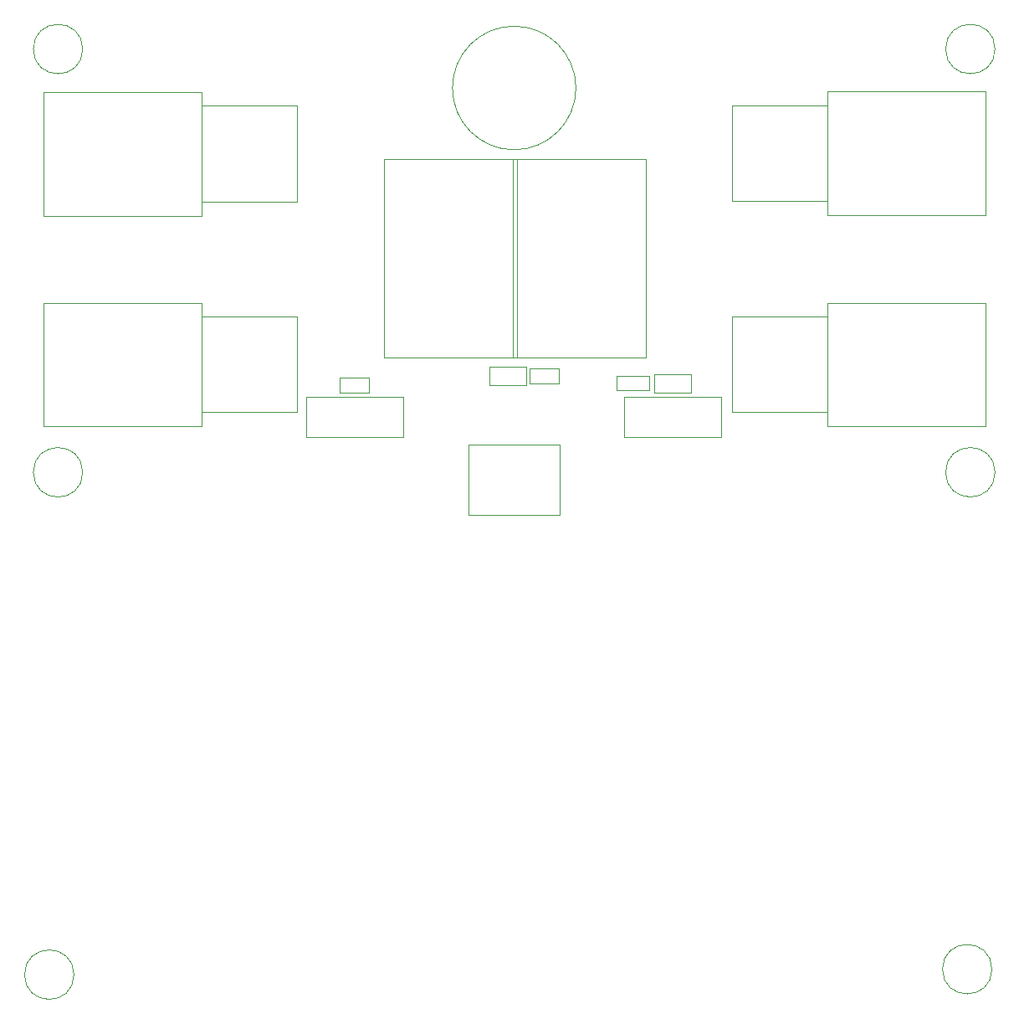
<source format=gbr>
G04 #@! TF.GenerationSoftware,KiCad,Pcbnew,(5.1.7)-1*
G04 #@! TF.CreationDate,2020-10-06T16:51:21+07:00*
G04 #@! TF.ProjectId,PIC16F1X_KIT2019,50494331-3646-4315-985f-4b4954323031,rev?*
G04 #@! TF.SameCoordinates,Original*
G04 #@! TF.FileFunction,Other,User*
%FSLAX46Y46*%
G04 Gerber Fmt 4.6, Leading zero omitted, Abs format (unit mm)*
G04 Created by KiCad (PCBNEW (5.1.7)-1) date 2020-10-06 16:51:21*
%MOMM*%
%LPD*%
G01*
G04 APERTURE LIST*
%ADD10C,0.050000*%
G04 APERTURE END LIST*
D10*
X117876960Y-115275360D02*
G75*
G03*
X117876960Y-115275360I-2500000J0D01*
G01*
X24979000Y-115824000D02*
G75*
G03*
X24979000Y-115824000I-2500000J0D01*
G01*
X117216520Y-60388200D02*
X101196520Y-60388200D01*
X117216520Y-60388200D02*
X117216520Y-47888200D01*
X101196520Y-47888200D02*
X101196520Y-60388200D01*
X101196520Y-47888200D02*
X117216520Y-47888200D01*
X37882160Y-60388200D02*
X21862160Y-60388200D01*
X37882160Y-60388200D02*
X37882160Y-47888200D01*
X21862160Y-47888200D02*
X21862160Y-60388200D01*
X21862160Y-47888200D02*
X37882160Y-47888200D01*
X101196520Y-26526800D02*
X117216520Y-26526800D01*
X101196520Y-26526800D02*
X101196520Y-39026800D01*
X117216520Y-39026800D02*
X117216520Y-26526800D01*
X117216520Y-39026800D02*
X101196520Y-39026800D01*
X37882160Y-39074333D02*
X21862160Y-39074333D01*
X37882160Y-39074333D02*
X37882160Y-26574333D01*
X21862160Y-26574333D02*
X21862160Y-39074333D01*
X21862160Y-26574333D02*
X37882160Y-26574333D01*
X54870800Y-55492900D02*
X54870800Y-56952900D01*
X54870800Y-56952900D02*
X51910800Y-56952900D01*
X51910800Y-56952900D02*
X51910800Y-55492900D01*
X51910800Y-55492900D02*
X54870800Y-55492900D01*
X71075100Y-56013100D02*
X71075100Y-54553100D01*
X71075100Y-54553100D02*
X74035100Y-54553100D01*
X74035100Y-54553100D02*
X74035100Y-56013100D01*
X74035100Y-56013100D02*
X71075100Y-56013100D01*
X118197000Y-65024000D02*
G75*
G03*
X118197000Y-65024000I-2500000J0D01*
G01*
X25868000Y-22225000D02*
G75*
G03*
X25868000Y-22225000I-2500000J0D01*
G01*
X25868000Y-65024000D02*
G75*
G03*
X25868000Y-65024000I-2500000J0D01*
G01*
X118197000Y-22225000D02*
G75*
G03*
X118197000Y-22225000I-2500000J0D01*
G01*
X75782500Y-26162000D02*
G75*
G03*
X75782500Y-26162000I-6250000J0D01*
G01*
X67060200Y-54333100D02*
X70760200Y-54333100D01*
X67060200Y-56233100D02*
X67060200Y-54333100D01*
X70760200Y-56233100D02*
X67060200Y-56233100D01*
X70760200Y-54333100D02*
X70760200Y-56233100D01*
X48476250Y-57386000D02*
X58276250Y-57386000D01*
X58276250Y-57386000D02*
X58276250Y-61486000D01*
X58276250Y-61486000D02*
X48476250Y-61486000D01*
X48476250Y-61486000D02*
X48476250Y-57386000D01*
X80678750Y-57386000D02*
X90478750Y-57386000D01*
X90478750Y-57386000D02*
X90478750Y-61486000D01*
X90478750Y-61486000D02*
X80678750Y-61486000D01*
X80678750Y-61486000D02*
X80678750Y-57386000D01*
X56343600Y-53395900D02*
X56343600Y-33395900D01*
X69843600Y-53395900D02*
X56343600Y-53395900D01*
X69843600Y-33395900D02*
X69843600Y-53395900D01*
X56343600Y-33395900D02*
X69843600Y-33395900D01*
X69399200Y-33395900D02*
X82899200Y-33395900D01*
X82899200Y-33395900D02*
X82899200Y-53395900D01*
X82899200Y-53395900D02*
X69399200Y-53395900D01*
X69399200Y-53395900D02*
X69399200Y-33395900D01*
X64940120Y-69352080D02*
X64940120Y-62252080D01*
X64940120Y-62252080D02*
X74140120Y-62252080D01*
X74140120Y-62252080D02*
X74140120Y-69352080D01*
X64940120Y-69352080D02*
X74140120Y-69352080D01*
X91542680Y-58964700D02*
X101192680Y-58964700D01*
X91542680Y-49264700D02*
X91542680Y-58964700D01*
X101192680Y-49264700D02*
X91542680Y-49264700D01*
X101192680Y-58964700D02*
X101192680Y-49264700D01*
X91542680Y-37603300D02*
X101192680Y-37603300D01*
X91542680Y-27903300D02*
X91542680Y-37603300D01*
X101192680Y-27903300D02*
X91542680Y-27903300D01*
X101192680Y-37603300D02*
X101192680Y-27903300D01*
X37887560Y-49264700D02*
X37887560Y-58964700D01*
X37887560Y-58964700D02*
X47537560Y-58964700D01*
X47537560Y-58964700D02*
X47537560Y-49264700D01*
X47537560Y-49264700D02*
X37887560Y-49264700D01*
X37877400Y-27950833D02*
X37877400Y-37650833D01*
X37877400Y-37650833D02*
X47527400Y-37650833D01*
X47527400Y-37650833D02*
X47527400Y-27950833D01*
X47527400Y-27950833D02*
X37877400Y-27950833D01*
X83737840Y-55082400D02*
X87437840Y-55082400D01*
X83737840Y-56982400D02*
X83737840Y-55082400D01*
X87437840Y-56982400D02*
X83737840Y-56982400D01*
X87437840Y-55082400D02*
X87437840Y-56982400D01*
X79878920Y-55297320D02*
X83178920Y-55297320D01*
X79878920Y-56757320D02*
X79878920Y-55297320D01*
X83178920Y-56757320D02*
X79878920Y-56757320D01*
X83178920Y-55297320D02*
X83178920Y-56757320D01*
M02*

</source>
